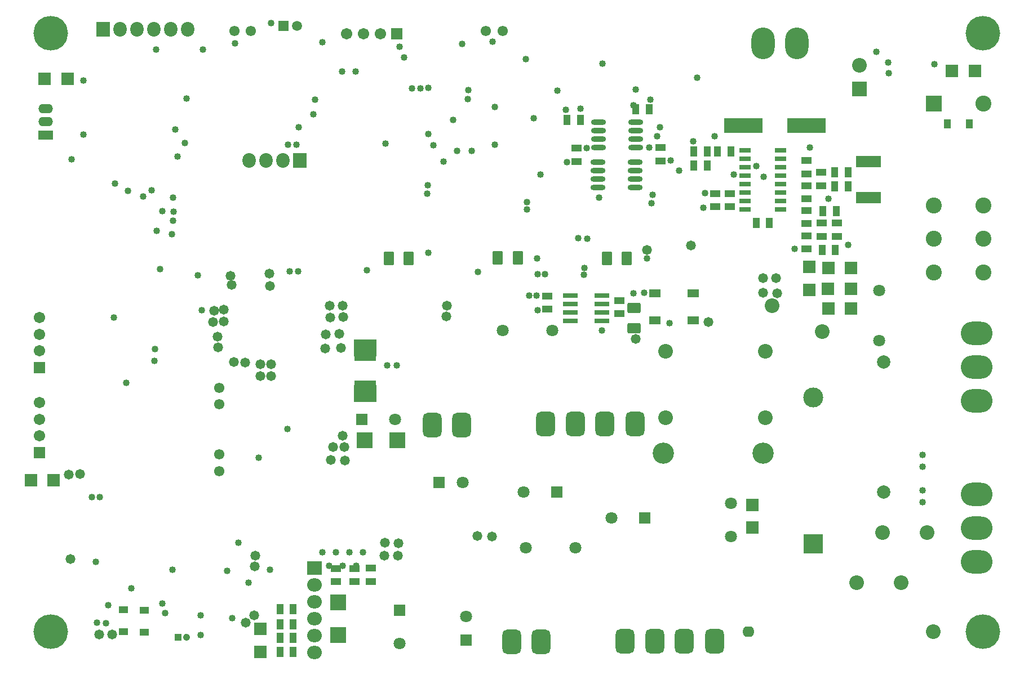
<source format=gbs>
G04*
G04 #@! TF.GenerationSoftware,Altium Limited,Altium Designer,22.5.1 (42)*
G04*
G04 Layer_Color=16711935*
%FSLAX44Y44*%
%MOMM*%
G71*
G04*
G04 #@! TF.SameCoordinates,325B58FB-DF44-4075-A057-A786A272C4E4*
G04*
G04*
G04 #@! TF.FilePolarity,Negative*
G04*
G01*
G75*
%ADD57R,1.0032X1.6032*%
%ADD58R,1.6032X1.0032*%
%ADD63R,3.2032X2.0032*%
%ADD68R,2.1844X0.7620*%
G04:AMPARAMS|DCode=78|XSize=1.6032mm|YSize=2.0032mm|CornerRadius=0.2416mm|HoleSize=0mm|Usage=FLASHONLY|Rotation=90.000|XOffset=0mm|YOffset=0mm|HoleType=Round|Shape=RoundedRectangle|*
%AMROUNDEDRECTD78*
21,1,1.6032,1.5200,0,0,90.0*
21,1,1.1200,2.0032,0,0,90.0*
1,1,0.4832,0.7600,0.5600*
1,1,0.4832,0.7600,-0.5600*
1,1,0.4832,-0.7600,-0.5600*
1,1,0.4832,-0.7600,0.5600*
%
%ADD78ROUNDEDRECTD78*%
G04:AMPARAMS|DCode=79|XSize=1.6032mm|YSize=2.0032mm|CornerRadius=0.2416mm|HoleSize=0mm|Usage=FLASHONLY|Rotation=90.000|XOffset=0mm|YOffset=0mm|HoleType=Round|Shape=RoundedRectangle|*
%AMROUNDEDRECTD79*
21,1,1.6032,1.5200,0,0,90.0*
21,1,1.1200,2.0032,0,0,90.0*
1,1,0.4832,0.7600,0.5600*
1,1,0.4832,0.7600,-0.5600*
1,1,0.4832,-0.7600,-0.5600*
1,1,0.4832,-0.7600,0.5600*
%
%ADD79ROUNDEDRECTD79*%
%ADD80R,1.9812X1.9812*%
%ADD81R,1.9812X1.9812*%
%ADD87R,1.7032X1.3032*%
%ADD88R,1.7272X1.3032*%
%ADD89R,3.3532X2.5032*%
%ADD90C,1.5494*%
%ADD91C,1.7112*%
%ADD92R,1.7112X1.7112*%
%ADD93R,1.7112X1.7112*%
%ADD94C,2.2032*%
G04:AMPARAMS|DCode=95|XSize=2.8032mm|YSize=3.7032mm|CornerRadius=0.7516mm|HoleSize=0mm|Usage=FLASHONLY|Rotation=0.000|XOffset=0mm|YOffset=0mm|HoleType=Round|Shape=RoundedRectangle|*
%AMROUNDEDRECTD95*
21,1,2.8032,2.2000,0,0,0.0*
21,1,1.3000,3.7032,0,0,0.0*
1,1,1.5032,0.6500,-1.1000*
1,1,1.5032,-0.6500,-1.1000*
1,1,1.5032,-0.6500,1.1000*
1,1,1.5032,0.6500,1.1000*
%
%ADD95ROUNDEDRECTD95*%
%ADD96C,1.8032*%
%ADD97C,2.0000*%
%ADD98O,1.8032X1.6032*%
%ADD99R,1.8032X1.8032*%
%ADD100C,3.2032*%
%ADD101R,1.8032X1.8032*%
%ADD102R,3.0032X3.0032*%
%ADD103C,3.0032*%
%ADD104R,2.2032X2.2032*%
%ADD105R,2.4032X2.4032*%
%ADD106C,2.4032*%
%ADD107O,2.2032X2.0032*%
%ADD108R,2.2032X2.0032*%
%ADD109C,5.2032*%
%ADD110R,2.0032X2.2032*%
%ADD111O,2.0032X2.2032*%
%ADD112O,3.5052X4.7752*%
%ADD113O,4.7752X3.5052*%
%ADD114R,1.5112X1.5112*%
%ADD115C,1.5112*%
%ADD116C,1.0524*%
%ADD117R,1.0524X1.0524*%
%ADD118O,2.2032X1.4032*%
%ADD119R,2.2032X1.4032*%
%ADD120C,1.0160*%
%ADD121C,1.4732*%
%ADD181C,0.5012*%
%ADD182R,2.4632X2.3632*%
%ADD183R,2.3632X2.4632*%
%ADD184R,1.1132X1.4232*%
%ADD185R,1.4232X1.1132*%
G04:AMPARAMS|DCode=186|XSize=1.6032mm|YSize=2.0032mm|CornerRadius=0.2416mm|HoleSize=0mm|Usage=FLASHONLY|Rotation=180.000|XOffset=0mm|YOffset=0mm|HoleType=Round|Shape=RoundedRectangle|*
%AMROUNDEDRECTD186*
21,1,1.6032,1.5200,0,0,180.0*
21,1,1.1200,2.0032,0,0,180.0*
1,1,0.4832,-0.5600,0.7600*
1,1,0.4832,0.5600,0.7600*
1,1,0.4832,0.5600,-0.7600*
1,1,0.4832,-0.5600,-0.7600*
%
%ADD186ROUNDEDRECTD186*%
G04:AMPARAMS|DCode=187|XSize=1.6032mm|YSize=2.0032mm|CornerRadius=0.2416mm|HoleSize=0mm|Usage=FLASHONLY|Rotation=180.000|XOffset=0mm|YOffset=0mm|HoleType=Round|Shape=RoundedRectangle|*
%AMROUNDEDRECTD187*
21,1,1.6032,1.5200,0,0,180.0*
21,1,1.1200,2.0032,0,0,180.0*
1,1,0.4832,-0.5600,0.7600*
1,1,0.4832,0.5600,0.7600*
1,1,0.4832,0.5600,-0.7600*
1,1,0.4832,-0.5600,-0.7600*
%
%ADD187ROUNDEDRECTD187*%
%ADD188R,5.8032X2.3032*%
%ADD189O,2.2352X0.8128*%
%ADD190R,1.7032X0.8032*%
%ADD191R,3.7032X1.8032*%
G36*
X234988Y49250D02*
X245012D01*
Y39226D01*
X234988D01*
Y49250D01*
D02*
G37*
G54D57*
X413098Y21590D02*
D03*
X393098D02*
D03*
X413098Y42672D02*
D03*
X393098D02*
D03*
X413098Y63754D02*
D03*
X393098D02*
D03*
X413098Y85852D02*
D03*
X393098D02*
D03*
X1227382Y626500D02*
D03*
X1207382D02*
D03*
X1014796Y753364D02*
D03*
X1034796D02*
D03*
X1228692Y685038D02*
D03*
X1208692D02*
D03*
X1246432Y743340D02*
D03*
X1226432D02*
D03*
X1246592Y721750D02*
D03*
X1226592D02*
D03*
X1034890Y774954D02*
D03*
X1014890D02*
D03*
X1050450Y774700D02*
D03*
X1070450D02*
D03*
X947768Y838200D02*
D03*
X927768D02*
D03*
X824588Y822188D02*
D03*
X844588D02*
D03*
X1108322Y667140D02*
D03*
X1128322D02*
D03*
G54D58*
X477520Y127414D02*
D03*
Y147414D02*
D03*
X504698Y127414D02*
D03*
Y147414D02*
D03*
X529844Y127922D02*
D03*
Y147922D02*
D03*
X902970Y530512D02*
D03*
Y550512D02*
D03*
X1230082Y666980D02*
D03*
Y646980D02*
D03*
X794258Y557116D02*
D03*
Y537116D02*
D03*
X1184362Y627930D02*
D03*
Y647930D02*
D03*
X964692Y780288D02*
D03*
Y760288D02*
D03*
X838454Y779366D02*
D03*
Y759366D02*
D03*
X1207092Y646980D02*
D03*
Y666980D02*
D03*
X1184362Y666030D02*
D03*
Y686030D02*
D03*
Y740800D02*
D03*
Y760800D02*
D03*
Y723020D02*
D03*
Y703020D02*
D03*
X1206500Y723044D02*
D03*
Y743044D02*
D03*
X1047202Y711430D02*
D03*
Y691430D02*
D03*
X1068792Y711430D02*
D03*
Y691430D02*
D03*
G54D63*
X521462Y470154D02*
D03*
Y420154D02*
D03*
G54D68*
X829564Y557530D02*
D03*
Y544830D02*
D03*
Y532130D02*
D03*
Y519430D02*
D03*
X876808D02*
D03*
Y532130D02*
D03*
Y544830D02*
D03*
Y557530D02*
D03*
G54D78*
X925322Y538748D02*
D03*
G54D79*
Y508748D02*
D03*
G54D80*
X1437132Y895858D02*
D03*
X1402842D02*
D03*
X73914Y883666D02*
D03*
X39624D02*
D03*
X19050Y279908D02*
D03*
X53340D02*
D03*
X1216914Y598932D02*
D03*
X1251204D02*
D03*
X1216660Y567944D02*
D03*
X1250950D02*
D03*
X1251204Y537972D02*
D03*
X1216914D02*
D03*
G54D81*
X1103122Y208788D02*
D03*
Y243078D02*
D03*
X363728Y22098D02*
D03*
Y56388D02*
D03*
X1188212Y566420D02*
D03*
Y600710D02*
D03*
G54D87*
X956587Y561266D02*
D03*
X1013587D02*
D03*
G54D88*
X956587Y520266D02*
D03*
X1013587D02*
D03*
G54D89*
X521462Y479254D02*
D03*
Y410254D02*
D03*
G54D90*
X302006Y293624D02*
D03*
Y318624D02*
D03*
Y419354D02*
D03*
Y394354D02*
D03*
X727710Y956111D02*
D03*
X702710D02*
D03*
X349358D02*
D03*
X324358D02*
D03*
G54D91*
X31496Y371818D02*
D03*
Y396818D02*
D03*
Y346818D02*
D03*
Y499764D02*
D03*
Y524764D02*
D03*
Y474764D02*
D03*
X518614Y951568D02*
D03*
X493614D02*
D03*
X543614D02*
D03*
G54D92*
X31496Y321818D02*
D03*
Y449764D02*
D03*
G54D93*
X568614Y951568D02*
D03*
G54D94*
X1207678Y503486D02*
D03*
X1132678Y542486D02*
D03*
X1298390Y201076D02*
D03*
X1259390Y126076D02*
D03*
X1374882Y52070D02*
D03*
X972056Y473888D02*
D03*
X1122056D02*
D03*
X972058Y373888D02*
D03*
X1122056D02*
D03*
X1263904Y903706D02*
D03*
X1365446Y201076D02*
D03*
X1326446Y126076D02*
D03*
G54D95*
X741368Y36830D02*
D03*
X911368Y37830D02*
D03*
X956368D02*
D03*
X1000368D02*
D03*
X1046368D02*
D03*
X785368Y36830D02*
D03*
X926946Y364482D02*
D03*
X880946D02*
D03*
X836946D02*
D03*
X791946D02*
D03*
X665946Y363482D02*
D03*
X621946D02*
D03*
G54D96*
X1070356Y245580D02*
D03*
Y195580D02*
D03*
X572516Y34182D02*
D03*
X759098Y262382D02*
D03*
X762092Y178562D02*
D03*
X837092D02*
D03*
X667258Y276352D02*
D03*
X673100Y74904D02*
D03*
X891432Y223266D02*
D03*
X727548Y505460D02*
D03*
X802548D02*
D03*
X566166Y371348D02*
D03*
X1292894Y565058D02*
D03*
Y490058D02*
D03*
G54D97*
X1299972Y262708D02*
D03*
X1299972Y457708D02*
D03*
G54D98*
X1097046Y52070D02*
D03*
G54D99*
X572516Y84182D02*
D03*
X673100Y39904D02*
D03*
G54D100*
X1118892Y320603D02*
D03*
X968891D02*
D03*
G54D101*
X809098Y262382D02*
D03*
X632258Y276352D02*
D03*
X941432Y223266D02*
D03*
X516166Y371348D02*
D03*
G54D102*
X1194054Y184404D02*
D03*
G54D103*
Y404404D02*
D03*
G54D104*
X1263904Y868706D02*
D03*
G54D105*
X1375340Y846274D02*
D03*
G54D106*
X1450340D02*
D03*
X1375340Y643274D02*
D03*
X1450340D02*
D03*
X1375340Y592874D02*
D03*
X1450340D02*
D03*
X1375340Y693674D02*
D03*
X1450340D02*
D03*
G54D107*
X444754Y21336D02*
D03*
Y46736D02*
D03*
Y72136D02*
D03*
Y97536D02*
D03*
Y122936D02*
D03*
G54D108*
Y148336D02*
D03*
G54D109*
X1448730Y952286D02*
D03*
Y52286D02*
D03*
X48730Y952286D02*
D03*
Y52286D02*
D03*
G54D110*
X127254Y958378D02*
D03*
X423164Y760730D02*
D03*
G54D111*
X152654Y958378D02*
D03*
X178054D02*
D03*
X203454D02*
D03*
X228854D02*
D03*
X254254D02*
D03*
X346964Y760730D02*
D03*
X372364D02*
D03*
X397764D02*
D03*
G54D112*
X1118870Y937514D02*
D03*
X1169670D02*
D03*
G54D113*
X1440000Y450038D02*
D03*
Y399238D02*
D03*
Y500838D02*
D03*
X1439672Y207772D02*
D03*
Y156972D02*
D03*
Y258572D02*
D03*
G54D114*
X398780Y963412D02*
D03*
G54D115*
X418780D02*
D03*
G54D116*
X252500Y44238D02*
D03*
G54D117*
X240000D02*
D03*
G54D118*
X41148Y819084D02*
D03*
Y839084D02*
D03*
G54D119*
Y799084D02*
D03*
G54D120*
X712470Y939292D02*
D03*
X579628Y916178D02*
D03*
X666654Y936378D02*
D03*
X572516Y932434D02*
D03*
X1376426Y905510D02*
D03*
X275844Y535432D02*
D03*
X216408Y94488D02*
D03*
X232918Y684022D02*
D03*
X232410Y670814D02*
D03*
X407416Y594360D02*
D03*
X420624Y593852D02*
D03*
X404876Y784860D02*
D03*
X418084Y784352D02*
D03*
X854456Y643382D02*
D03*
X841248Y643890D02*
D03*
X118110Y65532D02*
D03*
X131318Y65024D02*
D03*
X591058Y869442D02*
D03*
X604012Y869696D02*
D03*
X1289050Y924306D02*
D03*
X145034Y726186D02*
D03*
X199898Y716427D02*
D03*
X213360Y597916D02*
D03*
X208026Y655320D02*
D03*
X143256Y524510D02*
D03*
X204978Y477520D02*
D03*
X187452Y706628D02*
D03*
X204470Y459232D02*
D03*
X162306Y426212D02*
D03*
X457200Y939038D02*
D03*
X486506Y894954D02*
D03*
X615696Y870204D02*
D03*
X927354Y867410D02*
D03*
X949452Y852170D02*
D03*
X1019556Y885190D02*
D03*
X762508Y913384D02*
D03*
X379984Y967994D02*
D03*
X325374Y936752D02*
D03*
X269494Y588518D02*
D03*
X230378Y650240D02*
D03*
X249936Y787146D02*
D03*
X216154Y684375D02*
D03*
X164846Y715264D02*
D03*
X110299Y254825D02*
D03*
X122491D02*
D03*
X361188Y313690D02*
D03*
X1358392Y264668D02*
D03*
X1358842Y246870D02*
D03*
X442976Y830326D02*
D03*
X421640Y811022D02*
D03*
X780288Y535940D02*
D03*
X791464Y590296D02*
D03*
X780542Y589788D02*
D03*
X313712Y144036D02*
D03*
X207264Y927608D02*
D03*
X716280Y784352D02*
D03*
X507080Y894556D02*
D03*
X321160Y72303D02*
D03*
X116474Y157694D02*
D03*
X169926Y117602D02*
D03*
X518160Y171958D02*
D03*
X497840D02*
D03*
X508000Y151638D02*
D03*
X477520Y171958D02*
D03*
X487680Y151638D02*
D03*
X457200Y171958D02*
D03*
X467360Y151638D02*
D03*
X1358803Y300434D02*
D03*
X1358353Y318232D02*
D03*
X924052Y844296D02*
D03*
X767819Y557587D02*
D03*
X850138Y599440D02*
D03*
X615950Y621792D02*
D03*
X1166368Y627982D02*
D03*
X1028954Y689864D02*
D03*
X951230Y696468D02*
D03*
X952754Y709168D02*
D03*
X653288Y821944D02*
D03*
X616204Y800608D02*
D03*
X377952Y145796D02*
D03*
X239014Y766826D02*
D03*
X236220Y807212D02*
D03*
X252984Y853948D02*
D03*
X1013714Y789432D02*
D03*
X980186Y760984D02*
D03*
X992632Y745998D02*
D03*
X568452Y453136D02*
D03*
X553974Y452882D02*
D03*
X822960Y836930D02*
D03*
X854124Y779237D02*
D03*
X872199Y705304D02*
D03*
X1306830Y908050D02*
D03*
X1307338Y892302D02*
D03*
X681228Y775208D02*
D03*
X659384D02*
D03*
X80010Y763016D02*
D03*
X134874Y92456D02*
D03*
X231924Y145267D02*
D03*
X877824Y906272D02*
D03*
X675894Y866648D02*
D03*
X675640Y853694D02*
D03*
X445866Y852536D02*
D03*
X844668Y839126D02*
D03*
X330708Y185928D02*
D03*
X346075Y126365D02*
D03*
X940278Y561871D02*
D03*
X623306Y783992D02*
D03*
X924306Y561594D02*
D03*
X876554Y505714D02*
D03*
X778185Y557370D02*
D03*
X615442Y724154D02*
D03*
X638770Y759557D02*
D03*
X614426Y711200D02*
D03*
X764286Y687070D02*
D03*
X764540Y698246D02*
D03*
X784352Y739648D02*
D03*
X773938Y824738D02*
D03*
X716282Y841599D02*
D03*
X809498Y866140D02*
D03*
X944118Y613664D02*
D03*
X824588Y758421D02*
D03*
X232156Y705104D02*
D03*
X551434Y786638D02*
D03*
X404622Y356870D02*
D03*
X97536Y800100D02*
D03*
X1031962Y711590D02*
D03*
X220472Y80010D02*
D03*
X277368Y927608D02*
D03*
X98044Y881126D02*
D03*
X849884Y589534D02*
D03*
X524002Y596138D02*
D03*
X690372Y593344D02*
D03*
X779018Y613918D02*
D03*
X1074928Y739648D02*
D03*
X948131Y780586D02*
D03*
X1045988Y797068D02*
D03*
X978408Y516382D02*
D03*
X960120Y797052D02*
D03*
X963930Y811276D02*
D03*
X1247140Y634238D02*
D03*
X1119378Y736346D02*
D03*
X1108670Y752230D02*
D03*
X1189442Y780170D02*
D03*
X1217425Y703716D02*
D03*
X274320Y47498D02*
D03*
Y76708D02*
D03*
G54D121*
X294386Y534670D02*
D03*
X489458Y329692D02*
D03*
X140716Y47752D02*
D03*
X121666Y48514D02*
D03*
X292354Y517906D02*
D03*
X92710Y289814D02*
D03*
X300228Y480314D02*
D03*
X308864Y536448D02*
D03*
X308610Y518922D02*
D03*
X363982Y437134D02*
D03*
X379730D02*
D03*
X487649Y346871D02*
D03*
X472694Y330200D02*
D03*
X643636Y542798D02*
D03*
X469900Y310388D02*
D03*
X490728Y310134D02*
D03*
X341122Y457200D02*
D03*
X377698Y572516D02*
D03*
X1036828Y517652D02*
D03*
X689864Y196088D02*
D03*
X711454Y195834D02*
D03*
X643128Y526542D02*
D03*
X354827Y150379D02*
D03*
X355854Y166624D02*
D03*
X379730Y454406D02*
D03*
X488188Y525526D02*
D03*
X487426Y542290D02*
D03*
X467868Y542544D02*
D03*
X468576Y524739D02*
D03*
X482600Y500634D02*
D03*
X462280Y499618D02*
D03*
X484378Y479044D02*
D03*
X570738Y185674D02*
D03*
X549910Y166370D02*
D03*
X550418Y185928D02*
D03*
X570230Y166370D02*
D03*
X927354Y492760D02*
D03*
X1138682Y583946D02*
D03*
X1010412Y633476D02*
D03*
X944626Y626618D02*
D03*
X354584Y76708D02*
D03*
X341630Y65786D02*
D03*
X363982Y454406D02*
D03*
X324104Y457962D02*
D03*
X78740Y161798D02*
D03*
X76200Y288798D02*
D03*
X1140206Y561594D02*
D03*
X1118616Y561848D02*
D03*
Y583946D02*
D03*
X377190Y590804D02*
D03*
X461264Y478536D02*
D03*
X319024Y587502D02*
D03*
X320294Y573532D02*
D03*
X298958Y495808D02*
D03*
G54D181*
X255006Y44238D02*
X253753Y46408D01*
X251247D01*
X249994Y44238D01*
X251247Y42068D01*
X253753D01*
X255006Y44238D01*
G54D182*
X480568Y47636D02*
D03*
Y96636D02*
D03*
G54D183*
X520076Y340106D02*
D03*
X569076D02*
D03*
G54D184*
X1395890Y816356D02*
D03*
X1428590D02*
D03*
G54D185*
X188976Y84422D02*
D03*
Y51722D02*
D03*
X158242Y85184D02*
D03*
Y52484D02*
D03*
G54D186*
X720330Y614172D02*
D03*
X556754Y613918D02*
D03*
X884414D02*
D03*
G54D187*
X750330Y614172D02*
D03*
X586754Y613918D02*
D03*
X914414D02*
D03*
G54D188*
X1183896Y813562D02*
D03*
X1088896D02*
D03*
G54D189*
X871220Y758698D02*
D03*
X927100Y733298D02*
D03*
Y758698D02*
D03*
Y745998D02*
D03*
Y720598D02*
D03*
X871220Y745998D02*
D03*
Y733298D02*
D03*
Y720598D02*
D03*
X871728Y780796D02*
D03*
Y793496D02*
D03*
Y806196D02*
D03*
X927608Y780796D02*
D03*
Y806196D02*
D03*
Y818896D02*
D03*
Y793496D02*
D03*
X871728Y818896D02*
D03*
G54D190*
X1091822Y776360D02*
D03*
Y763660D02*
D03*
Y750960D02*
D03*
Y738260D02*
D03*
Y725560D02*
D03*
Y712860D02*
D03*
Y700160D02*
D03*
Y687460D02*
D03*
X1144822D02*
D03*
Y700160D02*
D03*
Y712860D02*
D03*
Y725560D02*
D03*
Y738260D02*
D03*
Y750960D02*
D03*
Y763660D02*
D03*
Y776360D02*
D03*
G54D191*
X1277072Y704732D02*
D03*
Y759088D02*
D03*
M02*

</source>
